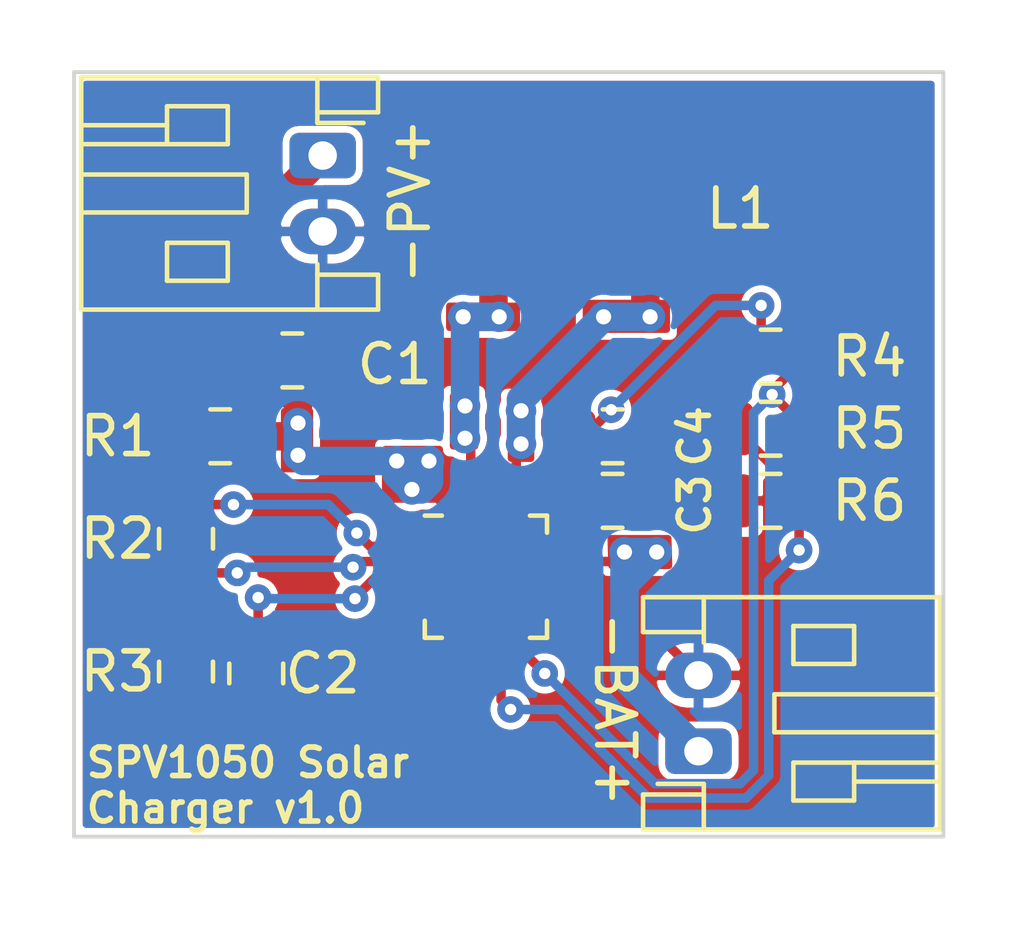
<source format=kicad_pcb>
(kicad_pcb (version 20211014) (generator pcbnew)
  (layers (0 "F.Cu" signal) (31 "B.Cu" signal) (34 "B.Paste" user) (35 "F.Paste" user) (36 "B.SilkS" user "B.Silkscreen") (37 "F.SilkS" user "F.Silkscreen") (38 "B.Mask" user) (39 "F.Mask" user) (44 "Edge.Cuts" user))
  (net 0 "")
  (net 1 "GND")
  (net 2 "/V_PV")
  (net 3 "Net-(C2-Pad1)")
  (net 4 "Net-(C3-Pad1)")
  (net 5 "/BAT")
  (net 6 "Net-(L1-Pad1)")
  (net 7 "Net-(L1-Pad2)")
  (net 8 "Net-(R1-Pad2)")
  (net 9 "Net-(R2-Pad2)")
  (net 10 "Net-(R4-Pad2)")
  (net 11 "Net-(R5-Pad2)")
  (net 12 "Net-(U1-Pad12)")
  (net 13 "Net-(U1-Pad11)")
  (net 14 "Net-(U1-Pad8)")
  (net 15 "Net-(U1-Pad7)")
  (footprint "Capacitor_SMD:C_0805_2012Metric" (layer "F.Cu") (at 120.7 85)
    (fp_text reference "C1" (at 2.7 0.1) (layer "F.SilkS"))
    (fp_text value "4.7uF")
    (fp_line (start -0.258578 -0.71) (end 0.258578 -0.71) (layer "F.SilkS") (width 0.12))
    (fp_line (start -0.258578 0.71) (end 0.258578 0.71) (layer "F.SilkS") (width 0.12))
    (pad "1" smd roundrect locked (at -0.9375 0) (size 0.975 1.4) (layers "F.Cu" "F.Paste" "F.Mask") (net 2 "/V_PV"))
    (pad "2" smd roundrect locked (at 0.9375 0) (size 0.975 1.4) (layers "F.Cu" "F.Paste" "F.Mask") (net 1 "GND"))
  )
  (footprint "Capacitor_SMD:C_0805_2012Metric" (layer "F.Cu") (at 119.75 93.25 -90)
    (fp_text reference "C2" (at 0 -1.75 180) (layer "F.SilkS"))
    (fp_text value "10nF")
    (fp_line (start -0.258578 0.71) (end 0.258578 0.71) (layer "F.SilkS") (width 0.12))
    (fp_line (start -0.258578 -0.71) (end 0.258578 -0.71) (layer "F.SilkS") (width 0.12))
    (pad "1" smd roundrect locked (at -0.9375 0 270) (size 0.975 1.4) (layers "F.Cu" "F.Paste" "F.Mask") (net 3 "Net-(C2-Pad1)"))
    (pad "2" smd roundrect locked (at 0.9375 0 270) (size 0.975 1.4) (layers "F.Cu" "F.Paste" "F.Mask") (net 1 "GND"))
  )
  (footprint "Capacitor_SMD:C_0805_2012Metric" (layer "F.Cu") (at 129.1375 87)
    (fp_text reference "C4" (at 2.1625 0 90) (layer "F.SilkS") (effects (font (size 0.8 0.8))))
    (fp_text value "47uF")
    (fp_line (start -0.258578 -0.71) (end 0.258578 -0.71) (layer "F.SilkS") (width 0.12))
    (fp_line (start -0.258578 0.71) (end 0.258578 0.71) (layer "F.SilkS") (width 0.12))
    (pad "1" smd roundrect locked (at -0.9375 0) (size 0.975 1.4) (layers "F.Cu" "F.Paste" "F.Mask") (net 4 "Net-(C3-Pad1)"))
    (pad "2" smd roundrect locked (at 0.9375 0) (size 0.975 1.4) (layers "F.Cu" "F.Paste" "F.Mask") (net 1 "GND"))
  )
  (footprint "Connector_JST:JST_PH_S2B-PH-K_1x02_P2.00mm_Horizontal" (layer "F.Cu") (at 131.4 95.3 90)
    (fp_text reference "J2" hide)
    (fp_text value "Conn_01x02")
    (fp_line (start -0.3 4.1) (end -0.3 6.36) (layer "F.SilkS") (width 0.12))
    (fp_line (start 1.5 2) (end 1.5 6.36) (layer "F.SilkS") (width 0.12))
    (fp_line (start 3.14 0.14) (end 2.86 0.14) (layer "F.SilkS") (width 0.12))
    (fp_line (start -0.8 4.1) (end -0.8 6.36) (layer "F.SilkS") (width 0.12))
    (fp_line (start 4.06 -1.46) (end 3.14 -1.46) (layer "F.SilkS") (width 0.12))
    (fp_line (start -1.3 2.5) (end -1.3 4.1) (layer "F.SilkS") (width 0.12))
    (fp_line (start 3.14 -1.46) (end 3.14 0.14) (layer "F.SilkS") (width 0.12))
    (fp_line (start 4.06 6.36) (end 4.06 -1.46) (layer "F.SilkS") (width 0.12))
    (fp_line (start -1.14 0.14) (end -1.14 -1.46) (layer "F.SilkS") (width 0.12))
    (fp_line (start -1.3 4.1) (end -0.3 4.1) (layer "F.SilkS") (width 0.12))
    (fp_line (start -0.3 2.5) (end -1.3 2.5) (layer "F.SilkS") (width 0.12))
    (fp_line (start -0.86 0.14) (end -0.86 -1.075) (layer "F.SilkS") (width 0.12))
    (fp_line (start -2.06 -1.46) (end -2.06 6.36) (layer "F.SilkS") (width 0.12))
    (fp_line (start 0.5 6.36) (end 0.5 2) (layer "F.SilkS") (width 0.12))
    (fp_line (start -2.06 6.36) (end 4.06 6.36) (layer "F.SilkS") (width 0.12))
    (fp_line (start -1.14 -1.46) (end -2.06 -1.46) (layer "F.SilkS") (width 0.12))
    (fp_line (start 4.06 0.14) (end 3.14 0.14) (layer "F.SilkS") (width 0.12))
    (fp_line (start 2.3 4.1) (end 2.3 2.5) (layer "F.SilkS") (width 0.12))
    (fp_line (start 3.3 2.5) (end 3.3 4.1) (layer "F.SilkS") (width 0.12))
    (fp_line (start -0.86 0.14) (end -1.14 0.14) (layer "F.SilkS") (width 0.12))
    (fp_line (start -0.3 4.1) (end -0.3 2.5) (layer "F.SilkS") (width 0.12))
    (fp_line (start -2.06 0.14) (end -1.14 0.14) (layer "F.SilkS") (width 0.12))
    (fp_line (start 3.3 4.1) (end 2.3 4.1) (layer "F.SilkS") (width 0.12))
    (fp_line (start 0.5 2) (end 1.5 2) (layer "F.SilkS") (width 0.12))
    (fp_line (start 2.3 2.5) (end 3.3 2.5) (layer "F.SilkS") (width 0.12))
    (pad "1" thru_hole roundrect locked (at 0 0 90) (size 1.2 1.75) (drill 0.75) (layers *.Cu *.Mask) (roundrect_rratio 0.208333) (net 5 "/BAT"))
    (pad "2" thru_hole oval locked (at 2 0 90) (size 1.2 1.75) (drill 0.75) (layers *.Cu *.Mask) (net 1 "GND"))
  )
  (footprint "jouni:CD43" (layer "F.Cu") (at 128 81 90)
    (fp_text reference "L1" (at 0 4.5 180) (layer "F.SilkS"))
    (fp_text value "22uH")
    (pad "1" smd rect locked (at 0 -2 90) (size 4.5 2.5) (layers "F.Cu" "F.Paste" "F.Mask") (net 6 "Net-(L1-Pad1)"))
    (pad "2" smd rect locked (at 0 2 90) (size 4.5 2.5) (layers "F.Cu" "F.Paste" "F.Mask") (net 7 "Net-(L1-Pad2)"))
  )
  (footprint "Resistor_SMD:R_0805_2012Metric" (layer "F.Cu") (at 118.8 87 180)
    (fp_text reference "R1" (at 2.7 0) (layer "F.SilkS"))
    (fp_text value "10M")
    (fp_line (start -0.258578 0.71) (end 0.258578 0.71) (layer "F.SilkS") (width 0.12))
    (fp_line (start -0.258578 -0.71) (end 0.258578 -0.71) (layer "F.SilkS") (width 0.12))
    (pad "1" smd roundrect locked (at -0.9375 0 180) (size 0.975 1.4) (layers "F.Cu" "F.Paste" "F.Mask") (net 2 "/V_PV"))
    (pad "2" smd roundrect locked (at 0.9375 0 180) (size 0.975 1.4) (layers "F.Cu" "F.Paste" "F.Mask") (net 8 "Net-(R1-Pad2)"))
  )
  (footprint "Resistor_SMD:R_0805_2012Metric" (layer "F.Cu") (at 117.9 89.7 -90)
    (fp_text reference "R2" (at 0 1.8 180) (layer "F.SilkS"))
    (fp_text value "910k")
    (fp_line (start -0.258578 0.71) (end 0.258578 0.71) (layer "F.SilkS") (width 0.12))
    (fp_line (start -0.258578 -0.71) (end 0.258578 -0.71) (layer "F.SilkS") (width 0.12))
    (pad "1" smd roundrect locked (at -0.9375 0 270) (size 0.975 1.4) (layers "F.Cu" "F.Paste" "F.Mask") (net 8 "Net-(R1-Pad2)"))
    (pad "2" smd roundrect locked (at 0.9375 0 270) (size 0.975 1.4) (layers "F.Cu" "F.Paste" "F.Mask") (net 9 "Net-(R2-Pad2)"))
  )
  (footprint "Resistor_SMD:R_0805_2012Metric" (layer "F.Cu") (at 117.9 93.2 -90)
    (fp_text reference "R3" (at 0 1.8 180) (layer "F.SilkS"))
    (fp_text value "5M6")
    (fp_line (start -0.258578 0.71) (end 0.258578 0.71) (layer "F.SilkS") (width 0.12))
    (fp_line (start -0.258578 -0.71) (end 0.258578 -0.71) (layer "F.SilkS") (width 0.12))
    (pad "1" smd roundrect locked (at -0.9375 0 270) (size 0.975 1.4) (layers "F.Cu" "F.Paste" "F.Mask") (net 9 "Net-(R2-Pad2)"))
    (pad "2" smd roundrect locked (at 0.9375 0 270) (size 0.975 1.4) (layers "F.Cu" "F.Paste" "F.Mask") (net 1 "GND"))
  )
  (footprint "Resistor_SMD:R_0805_2012Metric" (layer "F.Cu") (at 133.3 84.9)
    (fp_text reference "R4" (at 2.6 0) (layer "F.SilkS"))
    (fp_text value "6M8")
    (fp_line (start -0.258578 -0.71) (end 0.258578 -0.71) (layer "F.SilkS") (width 0.12))
    (fp_line (start -0.258578 0.71) (end 0.258578 0.71) (layer "F.SilkS") (width 0.12))
    (pad "1" smd roundrect locked (at -0.9375 0) (size 0.975 1.4) (layers "F.Cu" "F.Paste" "F.Mask") (net 4 "Net-(C3-Pad1)"))
    (pad "2" smd roundrect locked (at 0.9375 0) (size 0.975 1.4) (layers "F.Cu" "F.Paste" "F.Mask") (net 10 "Net-(R4-Pad2)"))
  )
  (footprint "Resistor_SMD:R_0805_2012Metric" (layer "F.Cu") (at 133.3 86.8 180)
    (fp_text reference "R5" (at -2.6 0) (layer "F.SilkS"))
    (fp_text value "510k")
    (fp_line (start -0.258578 0.71) (end 0.258578 0.71) (layer "F.SilkS") (width 0.12))
    (fp_line (start -0.258578 -0.71) (end 0.258578 -0.71) (layer "F.SilkS") (width 0.12))
    (pad "1" smd roundrect locked (at -0.9375 0 180) (size 0.975 1.4) (layers "F.Cu" "F.Paste" "F.Mask") (net 10 "Net-(R4-Pad2)"))
    (pad "2" smd roundrect locked (at 0.9375 0 180) (size 0.975 1.4) (layers "F.Cu" "F.Paste" "F.Mask") (net 11 "Net-(R5-Pad2)"))
  )
  (footprint "Resistor_SMD:R_0805_2012Metric" (layer "F.Cu") (at 133.3 88.7 180)
    (fp_text reference "R6" (at -2.6 0) (layer "F.SilkS"))
    (fp_text value "3M")
    (fp_line (start -0.258578 0.71) (end 0.258578 0.71) (layer "F.SilkS") (width 0.12))
    (fp_line (start -0.258578 -0.71) (end 0.258578 -0.71) (layer "F.SilkS") (width 0.12))
    (pad "1" smd roundrect locked (at -0.9375 0 180) (size 0.975 1.4) (layers "F.Cu" "F.Paste" "F.Mask") (net 11 "Net-(R5-Pad2)"))
    (pad "2" smd roundrect locked (at 0.9375 0 180) (size 0.975 1.4) (layers "F.Cu" "F.Paste" "F.Mask") (net 1 "GND"))
  )
  (footprint "Connector_JST:JST_PH_S2B-PH-K_1x02_P2.00mm_Horizontal" (layer "F.Cu") (at 121.5 79.6 -90)
    (fp_text reference "J1" hide)
    (fp_text value "Conn_01x02")
    (fp_line (start -0.8 4.1) (end -0.8 6.36) (layer "F.SilkS") (width 0.12))
    (fp_line (start -2.06 -1.46) (end -2.06 6.36) (layer "F.SilkS") (width 0.12))
    (fp_line (start 2.3 2.5) (end 3.3 2.5) (layer "F.SilkS") (width 0.12))
    (fp_line (start 3.3 2.5) (end 3.3 4.1) (layer "F.SilkS") (width 0.12))
    (fp_line (start -0.3 4.1) (end -0.3 6.36) (layer "F.SilkS") (width 0.12))
    (fp_line (start 2.3 4.1) (end 2.3 2.5) (layer "F.SilkS") (width 0.12))
    (fp_line (start -1.14 -1.46) (end -2.06 -1.46) (layer "F.SilkS") (width 0.12))
    (fp_line (start -2.06 6.36) (end 4.06 6.36) (layer "F.SilkS") (width 0.12))
    (fp_line (start -0.86 0.14) (end -1.14 0.14) (layer "F.SilkS") (width 0.12))
    (fp_line (start 4.06 0.14) (end 3.14 0.14) (layer "F.SilkS") (width 0.12))
    (fp_line (start 0.5 6.36) (end 0.5 2) (layer "F.SilkS") (width 0.12))
    (fp_line (start 3.14 -1.46) (end 3.14 0.14) (layer "F.SilkS") (width 0.12))
    (fp_line (start 4.06 6.36) (end 4.06 -1.46) (layer "F.SilkS") (width 0.12))
    (fp_line (start -0.3 4.1) (end -0.3 2.5) (layer "F.SilkS") (width 0.12))
    (fp_line (start 0.5 2) (end 1.5 2) (layer "F.SilkS") (width 0.12))
    (fp_line (start 1.5 2) (end 1.5 6.36) (layer "F.SilkS") (width 0.12))
    (fp_line (start 3.3 4.1) (end 2.3 4.1) (layer "F.SilkS") (width 0.12))
    (fp_line (start -2.06 0.14) (end -1.14 0.14) (layer "F.SilkS") (width 0.12))
    (fp_line (start -1.3 2.5) (end -1.3 4.1) (layer "F.SilkS") (width 0.12))
    (fp_line (start -0.86 0.14) (end -0.86 -1.075) (layer "F.SilkS") (width 0.12))
    (fp_line (start 3.14 0.14) (end 2.86 0.14) (layer "F.SilkS") (width 0.12))
    (fp_line (start 4.06 -1.46) (end 3.14 -1.46) (layer "F.SilkS") (width 0.12))
    (fp_line (start -1.3 4.1) (end -0.3 4.1) (layer "F.SilkS") (width 0.12))
    (fp_line (start -1.14 0.14) (end -1.14 -1.46) (layer "F.SilkS") (width 0.12))
    (fp_line (start -0.3 2.5) (end -1.3 2.5) (layer "F.SilkS") (width 0.12))
    (pad "1" thru_hole roundrect locked (at 0 0 270) (size 1.2 1.75) (drill 0.75) (layers *.Cu *.Mask) (roundrect_rratio 0.208333) (net 2 "/V_PV"))
    (pad "2" thru_hole oval locked (at 2 0 270) (size 1.2 1.75) (drill 0.75) (layers *.Cu *.Mask) (net 1 "GND"))
  )
  (footprint "jouni:UQFN-20-1EP_3x3mm_P0.4mm_EP1.85x1.85mm_handsolder" (layer "F.Cu") (at 125.8 90.7)
    (fp_text reference "U1" hide)
    (fp_text value "SPV1050")
    (fp_line (start 1.16 -1.61) (end 1.61 -1.61) (layer "F.SilkS") (width 0.12))
    (fp_line (start 1.61 1.61) (end 1.61 1.16) (layer "F.SilkS") (width 0.12))
    (fp_line (start -1.16 1.61) (end -1.61 1.61) (layer "F.SilkS") (width 0.12))
    (fp_line (start 1.61 -1.61) (end 1.61 -1.16) (layer "F.SilkS") (width 0.12))
    (fp_line (start 1.16 1.61) (end 1.61 1.61) (layer "F.SilkS") (width 0.12))
    (fp_line (start -1.61 1.61) (end -1.61 1.16) (layer "F.SilkS") (width 0.12))
    (fp_line (start -1.16 -1.61) (end -1.61 -1.61) (layer "F.SilkS") (width 0.12))
    (pad "1" smd roundrect locked (at -2 -0.8) (size 1.725 0.2) (layers "F.Cu" "F.Paste" "F.Mask") (net 8 "Net-(R1-Pad2)"))
    (pad "2" smd roundrect locked (at -2 -0.4) (size 1.725 0.2) (layers "F.Cu" "F.Paste" "F.Mask") (net 9 "Net-(R2-Pad2)"))
    (pad "3" smd roundrect locked (at -2 0) (size 1.725 0.2) (layers "F.Cu" "F.Paste" "F.Mask") (net 3 "Net-(C2-Pad1)"))
    (pad "4" smd roundrect locked (at -2 0.4) (size 1.725 0.2) (layers "F.Cu" "F.Paste" "F.Mask") (net 1 "GND"))
    (pad "5" smd roundrect locked (at -2 0.8) (size 1.725 0.2) (layers "F.Cu" "F.Paste" "F.Mask") (net 1 "GND"))
    (pad "6" smd roundrect locked (at -0.8 2) (size 0.2 1.725) (layers "F.Cu" "F.Paste" "F.Mask") (net 1 "GND"))
    (pad "7" smd roundrect locked (at -0.4 2) (size 0.2 1.725) (layers "F.Cu" "F.Paste" "F.Mask") (net 15 "Net-(U1-Pad7)"))
    (pad "8" smd roundrect locked (at 0 2) (size 0.2 1.725) (layers "F.Cu" "F.Paste" "F.Mask") (net 14 "Net-(U1-Pad8)"))
    (pad "9" smd roundrect locked (at 0.4 2) (size 0.2 1.725) (layers "F.Cu" "F.Paste" "F.Mask") (net 11 "Net-(R5-Pad2)"))
    (pad "10" smd roundrect locked (at 0.8 2) (size 0.2 1.725) (layers "F.Cu" "F.Paste" "F.Mask") (net 10 "Net-(R4-Pad2)"))
    (pad "11" smd roundrect locked (at 2 0.8) (size 1.725 0.2) (layers "F.Cu" "F.Paste" "F.Mask") (net 13 "Net-(U1-Pad11)"))
    (pad "12" smd roundrect locked (at 2 0.4) (size 1.725 0.2) (layers "F.Cu" "F.Paste" "F.Mask") (net 12 "Net-(U1-Pad12)"))
    (pad "13" smd roundrect locked (at 2 0) (size 1.725 0.2) (layers "F.Cu" "F.Paste" "F.Mask") (net 1 "GND"))
    (pad "14" smd roundrect locked (at 2 -0.4) (size 1.725 0.2) (layers "F.Cu" "F.Paste" "F.Mask") (net 5 "/BAT"))
    (pad "15" smd roundrect locked (at 2 -0.8) (size 1.725 0.2) (layers "F.Cu" "F.Paste" "F.Mask") (net 4 "Net-(C3-Pad1)"))
    (pad "16" smd roundrect locked (at 0.8 -2) (size 0.2 1.725) (layers "F.Cu" "F.Paste" "F.Mask") (net 7 "Net-(L1-Pad2)"))
    (pad "17" smd roundrect locked (at 0.4 -2) (size 0.2 1.725) (layers "F.Cu" "F.Paste" "F.Mask") (net 1 "GND"))
    (pad "18" smd roundrect locked (at 0 -2) (size 0.2 1.725) (layers "F.Cu" "F.Paste" "F.Mask") (net 1 "GND"))
    (pad "19" smd roundrect locked (at -0.4 -2) (size 0.2 1.725) (layers "F.Cu" "F.Paste" "F.Mask") (net 6 "Net-(L1-Pad1)"))
    (pad "20" smd roundrect locked (at -0.8 -2) (size 0.2 1.725) (layers "F.Cu" "F.Paste" "F.Mask") (net 2 "/V_PV"))
    (pad "21" smd rect locked (at 0 0) (size 1.85 1.85) (layers "F.Cu" "F.Mask") (net 1 "GND"))
  )
  (footprint "Capacitor_SMD:C_0805_2012Metric" (layer "F.Cu") (at 129.1375 88.7)
    (fp_text reference "C3" (at 2.1625 0.1 90) (layer "F.SilkS") (effects (font (size 0.8 0.8))))
    (fp_text value "47uF")
    (fp_line (start -0.258578 -0.71) (end 0.258578 -0.71) (layer "F.SilkS") (width 0.12))
    (fp_line (start -0.258578 0.71) (end 0.258578 0.71) (layer "F.SilkS") (width 0.12))
    (pad "1" smd roundrect locked (at -0.9375 0) (size 0.975 1.4) (layers "F.Cu" "F.Paste" "F.Mask") (net 4 "Net-(C3-Pad1)"))
    (pad "2" smd roundrect locked (at 0.9375 0) (size 0.975 1.4) (layers "F.Cu" "F.Paste" "F.Mask") (net 1 "GND"))
  )
  (gr_line (start 114.95 97.55) (end 114.95 77.4) (layer "Edge.Cuts") (width 0.1))
  (gr_line (start 137.85 97.55) (end 114.95 97.55) (layer "Edge.Cuts") (width 0.1))
  (gr_line (start 137.85 77.4) (end 137.85 97.55) (layer "Edge.Cuts") (width 0.1))
  (gr_line (start 114.95 77.4) (end 137.85 77.4) (layer "Edge.Cuts") (width 0.1))
  (gr_text "-BAT+" (at 129.2 94.2 270) (layer "F.SilkS") (effects (font (size 1 1))))
  (gr_text "SPV1050 Solar" (at 115.2 95.6) (layer "F.SilkS") (effects (font (size 0.75 0.75)) (justify left)))
  (gr_text "Charger v1.0" (at 115.2 96.8) (layer "F.SilkS") (effects (font (size 0.75 0.75)) (justify left)))
  (gr_text "-PV+" (at 123.8 80.8 90) (layer "F.SilkS") (effects (font (size 1 1))))
  (segment (start 127.8 90.7) (end 128.8 90.7) (width 0.25) (layer "F.Cu") (net 1))
  (segment (start 128.8 90.7) (end 131.4 93.3) (width 0.25) (layer "F.Cu") (net 1))
  (segment (start 119.7375 85.025) (end 119.7625 85) (width 0.75) (layer "F.Cu") (net 2))
  (segment (start 119.7375 87) (end 119.7375 85.025) (width 0.75) (layer "F.Cu") (net 2))
  (segment (start 119.7375 87) (end 120.85 87) (width 0.75) (layer "F.Cu") (net 2))
  (segment (start 125 88.7) (end 124.6 88.7) (width 0.25) (layer "F.Cu") (net 2))
  (segment (start 124.6 88.7) (end 124.35 88.45) (width 0.25) (layer "F.Cu") (net 2))
  (segment (start 119.7625 85) (end 119.7625 81.3375) (width 0.75) (layer "F.Cu") (net 2))
  (segment (start 120.85 86.65) (end 120.85 86.0875) (width 0.75) (layer "F.Cu") (net 2))
  (segment (start 120.85 86.0875) (end 119.7625 85) (width 0.75) (layer "F.Cu") (net 2))
  (segment (start 119.7625 81.3375) (end 121.5 79.6) (width 0.75) (layer "F.Cu") (net 2))
  (via (at 120.85 87.5) (size 0.8) (drill 0.4) (layers "F.Cu" "B.Cu") (net 2))
  (via (at 124.3 87.65) (size 0.8) (drill 0.4) (layers "F.Cu" "B.Cu") (net 2))
  (via (at 123.45 87.65) (size 0.8) (drill 0.4) (layers "F.Cu" "B.Cu") (net 2))
  (via (at 123.85 88.4) (size 0.8) (drill 0.4) (layers "F.Cu" "B.Cu") (net 2))
  (via (at 120.85 86.65) (size 0.8) (drill 0.4) (layers "F.Cu" "B.Cu") (net 2))
  (segment (start 123.45 87.65) (end 121 87.65) (width 0.75) (layer "B.Cu") (net 2))
  (segment (start 123.45 87.65) (end 123.45 88) (width 0.75) (layer "B.Cu") (net 2))
  (segment (start 121 87.65) (end 120.85 87.5) (width 0.75) (layer "B.Cu") (net 2))
  (segment (start 124.1 88.4) (end 124.3 88.2) (width 0.75) (layer "B.Cu") (net 2))
  (segment (start 124.3 88.2) (end 124.3 87.65) (width 0.75) (layer "B.Cu") (net 2))
  (segment (start 123.85 88.4) (end 124.1 88.4) (width 0.75) (layer "B.Cu") (net 2))
  (segment (start 123.45 88) (end 123.85 88.4) (width 0.75) (layer "B.Cu") (net 2))
  (segment (start 120.85 87.5) (end 120.85 86.65) (width 0.75) (layer "B.Cu") (net 2))
  (segment (start 124.3 87.65) (end 123.45 87.65) (width 0.75) (layer "B.Cu") (net 2))
  (segment (start 123.8 90.7) (end 122.90615 90.7) (width 0.25) (layer "F.Cu") (net 3))
  (segment (start 119.8 92.2625) (end 119.75 92.3125) (width 0.25) (layer "F.Cu") (net 3))
  (segment (start 122.90615 90.7) (end 122.351774 91.254376) (width 0.25) (layer "F.Cu") (net 3))
  (segment (start 122.351774 91.254376) (end 122.351774 91.278386) (width 0.25) (layer "F.Cu") (net 3))
  (segment (start 119.8 91.25) (end 119.8 92.2625) (width 0.25) (layer "F.Cu") (net 3))
  (via (at 119.8 91.25) (size 0.7) (drill 0.3) (layers "F.Cu" "B.Cu") (net 3))
  (via (at 122.351774 91.278386) (size 0.7) (drill 0.3) (layers "F.Cu" "B.Cu") (net 3))
  (segment (start 122.351774 91.278386) (end 119.828386 91.278386) (width 0.25) (layer "B.Cu") (net 3))
  (segment (start 119.828386 91.278386) (end 119.8 91.25) (width 0.25) (layer "B.Cu") (net 3))
  (segment (start 133.05 84.2125) (end 132.3625 84.9) (width 0.25) (layer "F.Cu") (net 4))
  (segment (start 128.2 88.7) (end 128.2 86.8) (width 1) (layer "F.Cu") (net 4))
  (segment (start 127.714473 89.714473) (end 127.74999 89.74999) (width 0.5) (layer "F.Cu") (net 4))
  (segment (start 128.2 87) (end 128.4 87) (width 0.25) (layer "F.Cu") (net 4))
  (segment (start 133.05 83.55) (end 133.05 84.2125) (width 0.25) (layer "F.Cu") (net 4))
  (segment (start 128.4 87) (end 129.1 86.3) (width 0.25) (layer "F.Cu") (net 4))
  (segment (start 127.74999 89.74999) (end 127.8 89.74999) (width 0.5) (layer "F.Cu") (net 4))
  (segment (start 127.714473 89.185527) (end 127.714473 89.714473) (width 0.5) (layer "F.Cu") (net 4))
  (segment (start 128.2 88.7) (end 127.714473 89.185527) (width 0.5) (layer "F.Cu") (net 4))
  (via (at 129.1 86.3) (size 0.7) (drill 0.3) (layers "F.Cu" "B.Cu") (net 4))
  (via (at 133.05 83.55) (size 0.7) (drill 0.3) (layers "F.Cu" "B.Cu") (net 4))
  (segment (start 131.85 83.55) (end 133.05 83.55) (width 0.25) (layer "B.Cu") (net 4))
  (segment (start 129.1 86.3) (end 131.85 83.55) (width 0.25) (layer "B.Cu") (net 4))
  (segment (start 129.6 90.3) (end 129.7 90.2) (width 0.25) (layer "F.Cu") (net 5))
  (segment (start 127.8 90.3) (end 129.6 90.3) (width 0.25) (layer "F.Cu") (net 5))
  (via (at 130.3 90.05) (size 0.8) (drill 0.4) (layers "F.Cu" "B.Cu") (net 5))
  (via (at 129.45 90.05) (size 0.8) (drill 0.4) (layers "F.Cu" "B.Cu") (net 5))
  (segment (start 129.45 91) (end 129.45 93.35) (width 0.75) (layer "B.Cu") (net 5))
  (segment (start 129.45 90.05) (end 130.3 90.05) (width 0.75) (layer "B.Cu") (net 5))
  (segment (start 129.45 93.35) (end 131.4 95.3) (width 0.75) (layer "B.Cu") (net 5))
  (segment (start 129.45 90.05) (end 129.45 91) (width 0.75) (layer "B.Cu") (net 5))
  (segment (start 130.3 90.05) (end 129.45 90.9) (width 0.75) (layer "B.Cu") (net 5))
  (segment (start 129.45 90.9) (end 129.45 91) (width 0.75) (layer "B.Cu") (net 5))
  (segment (start 126 81) (end 126 83.6) (width 0.75) (layer "F.Cu") (net 6))
  (segment (start 125.4 88.7) (end 125.4 87.25) (width 0.25) (layer "F.Cu") (net 6))
  (segment (start 125.4 87.25) (end 125.3 87.15) (width 0.25) (layer "F.Cu") (net 6))
  (via (at 126.15 83.85) (size 0.8) (drill 0.4) (layers "F.Cu" "B.Cu") (net 6))
  (via (at 125.25 87.05) (size 0.8) (drill 0.4) (layers "F.Cu" "B.Cu") (net 6))
  (via (at 125.25 86.2) (size 0.8) (drill 0.4) (layers "F.Cu" "B.Cu") (net 6))
  (via (at 125.2 83.85) (size 0.8) (drill 0.4) (layers "F.Cu" "B.Cu") (net 6))
  (segment (start 125.25 83.9) (end 125.2 83.85) (width 0.75) (layer "B.Cu") (net 6))
  (segment (start 125.25 86.2) (end 125.25 83.9) (width 0.75) (layer "B.Cu") (net 6))
  (segment (start 125.25 87.05) (end 125.25 86.2) (width 0.75) (layer "B.Cu") (net 6))
  (segment (start 125.2 83.85) (end 126.15 83.85) (width 0.75) (layer "B.Cu") (net 6))
  (segment (start 126.6 87.55) (end 126.6 87.5) (width 0.25) (layer "F.Cu") (net 7))
  (segment (start 126.6 88.7) (end 126.6 87.55) (width 0.25) (layer "F.Cu") (net 7))
  (segment (start 126.6 87.5) (end 126.8 87.3) (width 0.25) (layer "F.Cu") (net 7))
  (segment (start 130 81) (end 130 83.5) (width 0.75) (layer "F.Cu") (net 7))
  (via (at 130.125 83.85) (size 0.8) (drill 0.4) (layers "F.Cu" "B.Cu") (net 7))
  (via (at 126.725 87.2) (size 0.8) (drill 0.4) (layers "F.Cu" "B.Cu") (net 7))
  (via (at 126.725 86.325) (size 0.8) (drill 0.4) (layers "F.Cu" "B.Cu") (net 7))
  (via (at 128.9 83.85) (size 0.8) (drill 0.4) (layers "F.Cu" "B.Cu") (net 7))
  (segment (start 126.725 86.325) (end 126.725 86.025) (width 0.75) (layer "B.Cu") (net 7))
  (segment (start 126.725 86.025) (end 128.9 83.85) (width 0.75) (layer "B.Cu") (net 7))
  (segment (start 128.9 83.85) (end 130.125 83.85) (width 0.75) (layer "B.Cu") (net 7))
  (segment (start 126.725 87.2) (end 126.725 86.325) (width 0.75) (layer "B.Cu") (net 7))
  (segment (start 123.8 89.9) (end 122.75 89.9) (width 0.25) (layer "F.Cu") (net 8))
  (segment (start 117.9375 88.8) (end 117.9 88.7625) (width 0.25) (layer "F.Cu") (net 8))
  (segment (start 117.9 88.7625) (end 117.9 87.0375) (width 0.25) (layer "F.Cu") (net 8))
  (segment (start 117.9 87.0375) (end 117.8625 87) (width 0.25) (layer "F.Cu") (net 8))
  (segment (start 122.75 89.9) (end 122.4 89.55) (width 0.25) (layer "F.Cu") (net 8))
  (segment (start 119.15 88.8) (end 117.9375 88.8) (width 0.25) (layer "F.Cu") (net 8))
  (via (at 122.4 89.55) (size 0.7) (drill 0.3) (layers "F.Cu" "B.Cu") (net 8))
  (via (at 119.15 88.8) (size 0.7) (drill 0.3) (layers "F.Cu" "B.Cu") (net 8))
  (segment (start 121.65 88.8) (end 119.15 88.8) (width 0.25) (layer "B.Cu") (net 8))
  (segment (start 122.4 89.55) (end 121.65 88.8) (width 0.25) (layer "B.Cu") (net 8))
  (segment (start 119.25 90.6) (end 117.9375 90.6) (width 0.25) (layer "F.Cu") (net 9))
  (segment (start 122.45 90.3) (end 122.3 90.45) (width 0.25) (layer "F.Cu") (net 9))
  (segment (start 123.8 90.3) (end 122.45 90.3) (width 0.25) (layer "F.Cu") (net 9))
  (segment (start 117.9375 90.6) (end 117.9 90.6375) (width 0.25) (layer "F.Cu") (net 9))
  (segment (start 117.9 90.6375) (end 117.9 92.2625) (width 0.25) (layer "F.Cu") (net 9))
  (via (at 122.3 90.45) (size 0.7) (drill 0.3) (layers "F.Cu" "B.Cu") (net 9))
  (via (at 119.25 90.6) (size 0.7) (drill 0.3) (layers "F.Cu" "B.Cu") (net 9))
  (segment (start 119.4 90.45) (end 119.25 90.6) (width 0.25) (layer "B.Cu") (net 9))
  (segment (start 122.3 90.45) (end 119.4 90.45) (width 0.25) (layer "B.Cu") (net 9))
  (segment (start 133.340067 85.899563) (end 133.340067 85.902567) (width 0.25) (layer "F.Cu") (net 10))
  (segment (start 126.6 92.7) (end 126.8 92.7) (width 0.25) (layer "F.Cu") (net 10))
  (segment (start 133.340067 85.902567) (end 134.2375 86.8) (width 0.25) (layer "F.Cu") (net 10))
  (segment (start 133.340067 85.797433) (end 134.2375 84.9) (width 0.25) (layer "F.Cu") (net 10))
  (segment (start 126.8 92.7) (end 127.35 93.25) (width 0.25) (layer "F.Cu") (net 10))
  (segment (start 133.340067 85.899563) (end 133.340067 85.797433) (width 0.25) (layer "F.Cu") (net 10))
  (segment (start 134.2375 84.9) (end 134.2375 86.8) (width 0.25) (layer "F.Cu") (net 10))
  (via (at 127.35 93.25) (size 0.7) (drill 0.3) (layers "F.Cu" "B.Cu") (net 10))
  (via (at 133.340067 85.899563) (size 0.7) (drill 0.3) (layers "F.Cu" "B.Cu") (net 10))
  (segment (start 132.49499 96.15501) (end 132.85 95.8) (width 0.25) (layer "B.Cu") (net 10))
  (segment (start 132.85 86.38963) (end 133.340067 85.899563) (width 0.25) (layer "B.Cu") (net 10))
  (segment (start 130.25501 96.15501) (end 132.49499 96.15501) (width 0.25) (layer "B.Cu") (net 10))
  (segment (start 127.35 93.25) (end 130.25501 96.15501) (width 0.25) (layer "B.Cu") (net 10))
  (segment (start 132.85 95.8) (end 132.85 86.38963) (width 0.25) (layer "B.Cu") (net 10))
  (segment (start 134.05 90) (end 134.05 88.8875) (width 0.25) (layer "F.Cu") (net 11))
  (segment (start 126.2 93.95) (end 126.45 94.2) (width 0.25) (layer "F.Cu") (net 11))
  (segment (start 126.2 92.7) (end 126.2 93.95) (width 0.25) (layer "F.Cu") (net 11))
  (segment (start 134.05 88.8875) (end 134.2375 88.7) (width 0.25) (layer "F.Cu") (net 11))
  (segment (start 134.2375 88.675) (end 134.2375 88.7) (width 0.25) (layer "F.Cu") (net 11))
  (segment (start 132.3625 86.8) (end 134.2375 88.675) (width 0.25) (layer "F.Cu") (net 11))
  (via (at 126.45 94.2) (size 0.7) (drill 0.3) (layers "F.Cu" "B.Cu") (net 11))
  (via (at 134.05 90) (size 0.7) (drill 0.3) (layers "F.Cu" "B.Cu") (net 11))
  (segment (start 132.652395 96.53502) (end 133.25 95.937415) (width 0.25) (layer "B.Cu") (net 11))
  (segment (start 130.08502 96.53502) (end 132.652395 96.53502) (width 0.25) (layer "B.Cu") (net 11))
  (segment (start 127.75 94.2) (end 130.08502 96.53502) (width 0.25) (layer "B.Cu") (net 11))
  (segment (start 133.25 90.8) (end 134.05 90) (width 0.25) (layer "B.Cu") (net 11))
  (segment (start 126.45 94.2) (end 127.75 94.2) (width 0.25) (layer "B.Cu") (net 11))
  (segment (start 133.25 95.937415) (end 133.25 90.8) (width 0.25) (layer "B.Cu") (net 11))
  (zone (net 4) (net_name "Net-(C3-Pad1)") (layer "F.Cu") (priority 1) (connect_pads yes (clearance 0.18)) (min_thickness 0.18) (fill yes (thermal_gap 0.25) (thermal_bridge_width 0.25))
    (polygon (pts (xy 128.65 90) (xy 127.7 90) (xy 127.7 88.825) (xy 128.65 88.825)))
  )
  (zone (net 1) (net_name "GND") (layer "F.Cu") (connect_pads yes (clearance 0.18)) (min_thickness 0.18) (fill yes (thermal_gap 0.25) (thermal_bridge_width 0.25))
    (polygon (pts (xy 131.0375 89.44375) (xy 129.5625 89.45625) (xy 129.575 85.90625) (xy 131.05 85.89375)))
  )
  (zone (net 1) (net_name "GND") (layer "F.Cu") (connect_pads yes (clearance 0.18)) (min_thickness 0.18) (fill yes (thermal_gap 0.25) (thermal_bridge_width 0.25))
    (polygon (pts (xy 126.3 90.25) (xy 125.7 90.25) (xy 125.7 87.275) (xy 126.3 87.275)))
  )
  (zone (net 1) (net_name "GND") (layer "F.Cu") (connect_pads yes (clearance 0.18)) (min_thickness 0.18) (fill yes (thermal_gap 0.25) (thermal_bridge_width 0.25))
    (polygon (pts (xy 125.6 91.925) (xy 122.95 91.925) (xy 122.95 91) (xy 125.6 91)))
  )
  (zone (net 1) (net_name "GND") (layer "F.Cu") (connect_pads (clearance 0.18)) (min_thickness 0.18) (fill yes (thermal_gap 0.25) (thermal_bridge_width 0.25))
    (polygon (pts (xy 139 99) (xy 114 99) (xy 114 76.5) (xy 139 76.5)))
  )
  (zone (net 5) (net_name "/BAT") (layer "F.Cu") (priority 1) (connect_pads yes (clearance 0.18)) (min_thickness 0.18) (fill yes (thermal_gap 0.25) (thermal_bridge_width 0.25))
    (polygon (pts (xy 130.6875 89.6) (xy 130.7125 90.5) (xy 129.025 90.5) (xy 129 89.6)))
  )
  (zone (net 2) (net_name "/V_PV") (layer "F.Cu") (priority 1) (connect_pads yes (clearance 0.18)) (min_thickness 0.18) (fill yes (thermal_gap 0.25) (thermal_bridge_width 0.25))
    (polygon (pts (xy 121.25 86.25) (xy 121.25 87.95) (xy 120.4 87.95) (xy 120.4 86.25)))
  )
  (zone (net 2) (net_name "/V_PV") (layer "F.Cu") (priority 1) (connect_pads yes (clearance 0.18)) (min_thickness 0.18) (fill yes (thermal_gap 0.25) (thermal_bridge_width 0.25))
    (polygon (pts (xy 125.1 87.25) (xy 125.1 88.75) (xy 123.061164 88.75) (xy 123.061164 87.25)))
  )
  (zone (net 6) (net_name "Net-(L1-Pad1)") (layer "F.Cu") (priority 1) (connect_pads yes (clearance 0.18)) (min_thickness 0.18) (fill yes (thermal_gap 0.25) (thermal_bridge_width 0.25))
    (polygon (pts (xy 124.75 83.475) (xy 126.7 83.475) (xy 126.7 84.225) (xy 124.75 84.225)))
  )
  (zone (net 6) (net_name "Net-(L1-Pad1)") (layer "F.Cu") (priority 2) (connect_pads yes (clearance 0.18)) (min_thickness 0.18) (fill yes (thermal_gap 0.25) (thermal_bridge_width 0.25))
    (polygon (pts (xy 125.6 85.85) (xy 125.6 87.35) (xy 124.85 87.35) (xy 124.85 85.85)))
  )
  (zone (net 7) (net_name "Net-(L1-Pad2)") (layer "F.Cu") (priority 1) (connect_pads yes (clearance 0.18)) (min_thickness 0.18) (fill yes (thermal_gap 0.25) (thermal_bridge_width 0.25))
    (polygon (pts (xy 130.65 84.275) (xy 128.35 84.275) (xy 128.35 83.400001) (xy 130.65 83.4)))
  )
  (zone (net 7) (net_name "Net-(L1-Pad2)") (layer "F.Cu") (priority 1) (connect_pads yes (clearance 0.18)) (min_thickness 0.18) (fill yes (thermal_gap 0.25) (thermal_bridge_width 0.25))
    (polygon (pts (xy 127.075 87.675) (xy 126.375 87.675) (xy 126.375 85.925) (xy 127.075 85.925)))
  )
  (zone (net 1) (net_name "GND") (layer "B.Cu") (connect_pads (clearance 0.18)) (min_thickness 0.18) (fill yes (thermal_gap 0.25) (thermal_bridge_width 0.25))
    (polygon (pts (xy 140 100) (xy 113 100) (xy 113 75.5) (xy 140 75.5)))
  )
)
</source>
